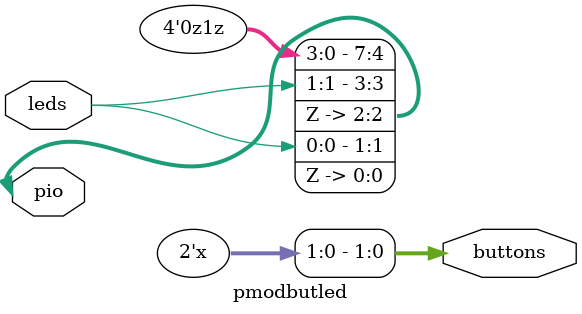
<source format=v>
/*
IMPORTANT:
Must place the Papilio wingbutled only on the rightmost PMOD PIO pins,
ie: avoid all 3.3V/GND pins!
Pmod    Wing    Out     In
PIO_08  GND     0
PIO_07  2V5     z
PIO_06  3V3     1
PIO_05  5V      z
PIO_04  LED4    leds[1]
PIO_03  PB4     z       buttons[1]
PIO_02  LED3    leds[0]
PIO_01  PB3     z       buttons[0]
*/
module pmodbutled (
    inout [8:1] pio,
    output [3:0] buttons,
    input [3:0] leds
);
    // Assign leds values to specific io pins
    assign pio[4] = leds[1];
    assign pio[2] = leds[0];

    assign pio[8] = 1'b0;       // GND
    assign pio[6] = 1'b1;       // 3V3

    // Set specific io pins to high impedance (Z)
    assign pio[7] = 1'bz;       // 2V5
    assign pio[5] = 1'bz;       // 5V
    assign pio[3] = 1'bz;
    assign pio[1] = 1'bz;

    // Assign io pin values to button outputs
    assign buttons[1] = pio[3];
    assign buttons[0] = pio[1];
endmodule


</source>
